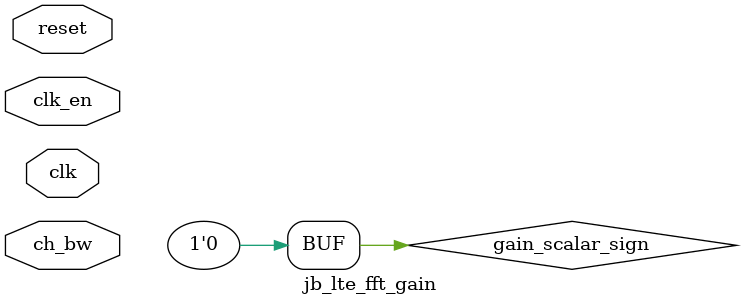
<source format=sv>
`timescale 1ns / 1ps

module jb_lte_fft_gain # (
    parameter USR_ID_BW=2,
    parameter PRECISION = 16,
    parameter GAIN_SCALER_BW  = 4
)
 (
    input clk,              
    input clk_en,
    input reset,
    jb_axi4_stream_if.slave IFP_fft_gain_in,
    input [3:0] ch_bw, // b00: 20MHz  b01:10MHz b10: 5Mhz b11:15Mhz
    
    //jb_oran_lphy_ctrl_if.lphy              IFP_oran_lphy_ctrl,
     
    // Output
    jb_axi4_stream_if.master IFP_fft_gain_out
    ); 
    
    logic 		               gain_scalar_sign;
    logic [GAIN_SCALER_BW-1:0] gain_scalar;
    logic [PRECISION-1:0]      gain_fraction;
    
    logic 		               gain_scalar_sign_muxed;
    logic [GAIN_SCALER_BW-1:0] gain_scalar_muxed;
    logic [PRECISION-1:0]      gain_fraction_muxed;

// Including -3db Mavenir gain
//        4'b0000 : begin gain_scalar =  1; gain_fraction = 'h8075; end  // 3.0103 - 3 = 0.0103
//        4'b0001 : begin gain_scalar =  1; gain_fraction = 'hB5AA; end  // 6.0206 - 3 = 3.0206
//        4'b0010 : begin gain_scalar =  1; gain_fraction = 'h8075; end  // 3.0103 - 3 = 0.0103
//        4'b0011 : begin gain_scalar =  1; gain_fraction = 'h8075; end  // 3.0103 - 3 = 0.0103
//        default : begin gain_scalar =  1; gain_fraction = 'h8075; end  // 3.0103 - 3 = 0.0103    
always_comb begin
    case (ch_bw) // b00: 20MHz  b01:10MHz b10: 5Mhz b11:15Mhz 
        4'b0000 : begin gain_scalar =  1; gain_fraction = 'hB573; end  // 3.0103
        4'b0001 : begin gain_scalar =  2; gain_fraction = 'h809C; end  // 6.0206
        4'b0010 : begin gain_scalar =  1; gain_fraction = 'hFFFF; end  // 6.0103 
        4'b0011 : begin gain_scalar =  1; gain_fraction = 'hB573; end  // 3.0103
		4'b0100 : begin gain_scalar =  0; gain_fraction = 'hFFFF; end  // 3.0103
        default : begin gain_scalar =  1; gain_fraction = 'hB573; end  // 3.0103   
    endcase
end

    assign gain_scalar_sign = 0;  // Direction of the shift 0 left, 1 right
    
    

   //Set the gain based on bandwidth, BW=15, 5dB, else 0
    jb_iq_gain_mult #(
        .PRECISION                      (PRECISION),
        .SCALER_BW                      (GAIN_SCALER_BW),
        .USR_ID_BW                      (USR_ID_BW)   // include address in USR ID.
    ) u_iq_fft_gain(
        .clk                            (clk),
        .clk_en                         (clk_en),
        .resetn                         (!reset),
        .scaler_gain_sign               (gain_scalar_sign),
        .scaler_gain                    (gain_scalar),
        .fraction_gain                  (gain_fraction),			
        .IFP_dfe_in                     (IFP_fft_gain_in),
        .IFP_dfe_out                    (IFP_fft_gain_out)
        );

endmodule

</source>
